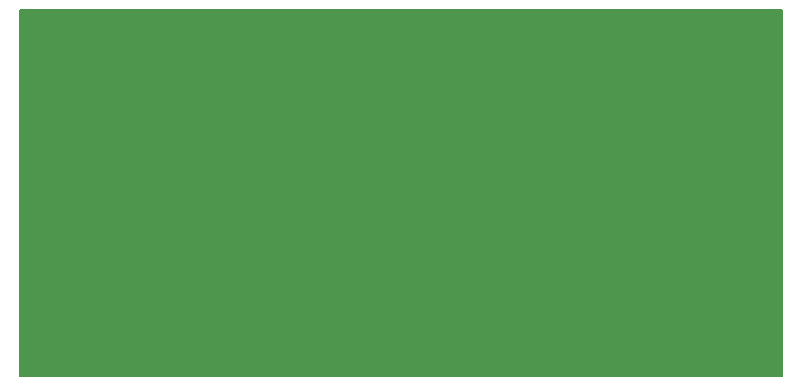
<source format=gbr>
%TF.GenerationSoftware,KiCad,Pcbnew,(7.0.0)*%
%TF.CreationDate,2023-02-18T15:18:28+00:00*%
%TF.ProjectId,frontcase,66726f6e-7463-4617-9365-2e6b69636164,rev?*%
%TF.SameCoordinates,Original*%
%TF.FileFunction,Soldermask,Bot*%
%TF.FilePolarity,Negative*%
%FSLAX46Y46*%
G04 Gerber Fmt 4.6, Leading zero omitted, Abs format (unit mm)*
G04 Created by KiCad (PCBNEW (7.0.0)) date 2023-02-18 15:18:28*
%MOMM*%
%LPD*%
G01*
G04 APERTURE LIST*
%ADD10C,0.150000*%
%ADD11C,0.100000*%
%ADD12C,3.067801*%
%ADD13C,4.000000*%
%ADD14C,5.000000*%
%ADD15C,13.000000*%
G04 APERTURE END LIST*
D10*
X111750000Y-80500000D02*
X176250000Y-80500000D01*
X176250000Y-80500000D02*
X176250000Y-111500000D01*
X176250000Y-111500000D02*
X111750000Y-111500000D01*
X111750000Y-111500000D02*
X111750000Y-80500000D01*
G36*
X111750000Y-80500000D02*
G01*
X176250000Y-80500000D01*
X176250000Y-111500000D01*
X111750000Y-111500000D01*
X111750000Y-80500000D01*
G37*
D11*
X142689273Y-101851640D02*
X142697639Y-101852057D01*
X142706022Y-101852752D01*
X142714423Y-101853725D01*
X142722841Y-101854976D01*
X142731276Y-101856505D01*
X142739729Y-101858312D01*
X142748199Y-101860397D01*
X142756687Y-101862760D01*
X142765192Y-101865401D01*
X142773714Y-101868319D01*
X142782253Y-101871516D01*
X142790810Y-101874991D01*
X142799384Y-101878743D01*
X142807976Y-101882773D01*
X142816584Y-101887082D01*
X142833855Y-101896082D01*
X142842100Y-101900660D01*
X142850083Y-101905290D01*
X142857807Y-101909973D01*
X142865269Y-101914708D01*
X142872471Y-101919494D01*
X142879412Y-101924333D01*
X142886093Y-101929224D01*
X142892513Y-101934168D01*
X142898672Y-101939163D01*
X142904571Y-101944210D01*
X142910209Y-101949310D01*
X142915587Y-101954461D01*
X142920703Y-101959664D01*
X142925559Y-101964920D01*
X142953011Y-101996081D01*
X142979767Y-102027849D01*
X143005829Y-102060226D01*
X143031195Y-102093212D01*
X143055867Y-102126805D01*
X143079843Y-102161006D01*
X143103125Y-102195815D01*
X143125712Y-102231233D01*
X143147603Y-102267259D01*
X143168800Y-102303892D01*
X143189302Y-102341134D01*
X143209108Y-102378984D01*
X143228220Y-102417442D01*
X143246637Y-102456509D01*
X143264359Y-102496183D01*
X143281385Y-102536465D01*
X143297813Y-102577278D01*
X143313180Y-102618543D01*
X143327488Y-102660259D01*
X143340736Y-102702426D01*
X143352924Y-102745046D01*
X143364053Y-102788117D01*
X143374121Y-102831640D01*
X143383130Y-102875614D01*
X143391079Y-102920041D01*
X143397968Y-102964919D01*
X143403797Y-103010248D01*
X143408566Y-103056030D01*
X143412276Y-103102263D01*
X143414925Y-103148948D01*
X143416515Y-103196085D01*
X143417045Y-103243674D01*
X143416428Y-103293790D01*
X143414578Y-103343507D01*
X143411494Y-103392824D01*
X143407176Y-103441741D01*
X143401625Y-103490259D01*
X143394840Y-103538377D01*
X143386822Y-103586095D01*
X143377570Y-103633414D01*
X143367085Y-103680334D01*
X143355366Y-103726853D01*
X143342413Y-103772973D01*
X143328227Y-103818694D01*
X143312807Y-103864015D01*
X143296154Y-103908936D01*
X143278267Y-103953458D01*
X143259147Y-103997580D01*
X143239331Y-104040824D01*
X143218803Y-104083270D01*
X143197563Y-104124916D01*
X143175610Y-104165763D01*
X143152945Y-104205811D01*
X143129568Y-104245060D01*
X143105478Y-104283509D01*
X143080677Y-104321159D01*
X143055162Y-104358010D01*
X143028936Y-104394062D01*
X143001997Y-104429314D01*
X142974345Y-104463767D01*
X142945982Y-104497421D01*
X142916906Y-104530276D01*
X142887118Y-104562332D01*
X142856617Y-104593588D01*
X142825361Y-104624359D01*
X142793305Y-104654399D01*
X142760450Y-104683710D01*
X142726796Y-104712291D01*
X142692343Y-104740142D01*
X142657090Y-104767264D01*
X142621038Y-104793655D01*
X142584187Y-104819317D01*
X142546537Y-104844249D01*
X142508088Y-104868452D01*
X142468839Y-104891924D01*
X142428791Y-104914667D01*
X142387944Y-104936681D01*
X142346298Y-104957964D01*
X142303853Y-104978518D01*
X142260609Y-104998343D01*
X142216747Y-105017194D01*
X142172452Y-105034829D01*
X142127721Y-105051248D01*
X142082557Y-105066451D01*
X142036958Y-105080437D01*
X141990924Y-105093207D01*
X141944456Y-105104761D01*
X141897554Y-105115098D01*
X141850218Y-105124220D01*
X141802447Y-105132125D01*
X141754242Y-105138814D01*
X141705602Y-105144287D01*
X141656528Y-105148543D01*
X141607020Y-105151584D01*
X141557077Y-105153408D01*
X141506700Y-105154016D01*
X141456584Y-105153408D01*
X141406867Y-105151584D01*
X141357551Y-105148543D01*
X141308633Y-105144287D01*
X141260116Y-105138814D01*
X141211998Y-105132125D01*
X141164279Y-105124220D01*
X141116960Y-105115098D01*
X141070041Y-105104761D01*
X141023521Y-105093207D01*
X140977401Y-105080437D01*
X140931680Y-105066451D01*
X140886359Y-105051248D01*
X140841437Y-105034829D01*
X140796916Y-105017194D01*
X140752793Y-104998343D01*
X140709540Y-104978258D01*
X140667068Y-104957479D01*
X140625378Y-104936004D01*
X140584470Y-104913834D01*
X140544344Y-104890970D01*
X140505000Y-104867410D01*
X140466437Y-104843155D01*
X140428657Y-104818206D01*
X140391658Y-104792561D01*
X140355441Y-104766221D01*
X140320006Y-104739187D01*
X140285353Y-104711457D01*
X140251482Y-104683032D01*
X140218393Y-104653913D01*
X140186086Y-104624098D01*
X140154560Y-104593588D01*
X140124060Y-104562332D01*
X140094271Y-104530276D01*
X140065195Y-104497421D01*
X140036831Y-104463767D01*
X140009180Y-104429314D01*
X139982241Y-104394062D01*
X139956014Y-104358010D01*
X139930500Y-104321159D01*
X139905698Y-104283509D01*
X139881608Y-104245060D01*
X139858231Y-104205811D01*
X139835566Y-104165763D01*
X139813614Y-104124916D01*
X139792374Y-104083270D01*
X139771846Y-104040824D01*
X139752030Y-103997580D01*
X139733179Y-103953718D01*
X139715544Y-103909422D01*
X139699126Y-103864692D01*
X139683923Y-103819527D01*
X139669937Y-103773929D01*
X139657166Y-103727895D01*
X139645612Y-103681428D01*
X139635275Y-103634525D01*
X139626153Y-103587189D01*
X139618248Y-103539418D01*
X139611558Y-103491213D01*
X139606085Y-103442574D01*
X139601829Y-103393500D01*
X139598788Y-103343992D01*
X139596964Y-103294050D01*
X139596356Y-103243674D01*
X139596877Y-103196085D01*
X139598441Y-103148948D01*
X139601047Y-103102263D01*
X139604696Y-103056030D01*
X139609387Y-103010248D01*
X139615120Y-102964919D01*
X139621896Y-102920041D01*
X139629715Y-102875614D01*
X139638576Y-102831640D01*
X139648479Y-102788117D01*
X139659425Y-102745046D01*
X139671413Y-102702426D01*
X139684444Y-102660259D01*
X139698517Y-102618543D01*
X139713633Y-102577278D01*
X139729791Y-102536465D01*
X139747087Y-102496183D01*
X139765061Y-102456509D01*
X139783712Y-102417442D01*
X139803041Y-102378984D01*
X139823048Y-102341134D01*
X139843732Y-102303892D01*
X139865094Y-102267259D01*
X139887133Y-102231233D01*
X139909850Y-102195815D01*
X139933245Y-102161006D01*
X139957317Y-102126805D01*
X139982067Y-102093212D01*
X140007495Y-102060226D01*
X140033600Y-102027849D01*
X140060382Y-101996081D01*
X140087843Y-101964920D01*
X140092690Y-101959664D01*
X140097781Y-101954461D01*
X140103115Y-101949310D01*
X140108692Y-101944210D01*
X140114512Y-101939163D01*
X140120576Y-101934168D01*
X140126882Y-101929224D01*
X140133432Y-101924333D01*
X140140226Y-101919494D01*
X140147262Y-101914708D01*
X140154542Y-101909973D01*
X140162065Y-101905290D01*
X140169831Y-101900660D01*
X140177841Y-101896082D01*
X140186094Y-101891556D01*
X140194590Y-101887082D01*
X140203468Y-101882773D01*
X140212312Y-101878743D01*
X140221121Y-101874991D01*
X140229895Y-101871516D01*
X140238634Y-101868319D01*
X140247338Y-101865401D01*
X140256008Y-101862760D01*
X140264643Y-101860397D01*
X140273244Y-101858312D01*
X140281809Y-101856505D01*
X140290340Y-101854976D01*
X140298836Y-101853725D01*
X140307297Y-101852752D01*
X140315723Y-101852057D01*
X140324115Y-101851640D01*
X140332472Y-101851501D01*
X140332749Y-101851510D01*
X140333027Y-101851536D01*
X140333305Y-101851579D01*
X140333582Y-101851640D01*
X140333860Y-101851718D01*
X140334138Y-101851813D01*
X140334416Y-101851926D01*
X140334695Y-101852056D01*
X140334973Y-101852203D01*
X140335251Y-101852367D01*
X140335530Y-101852549D01*
X140335808Y-101852749D01*
X140336087Y-101852966D01*
X140336366Y-101853200D01*
X140336645Y-101853451D01*
X140336924Y-101853720D01*
X140339143Y-101853720D01*
X140355397Y-101854362D01*
X140371355Y-101855734D01*
X140387019Y-101857836D01*
X140402386Y-101860668D01*
X140417459Y-101864230D01*
X140432236Y-101868521D01*
X140446717Y-101873542D01*
X140460903Y-101879293D01*
X140474794Y-101885774D01*
X140488390Y-101892985D01*
X140501690Y-101900925D01*
X140514694Y-101909595D01*
X140527403Y-101918995D01*
X140539817Y-101929125D01*
X140551935Y-101939985D01*
X140563758Y-101951575D01*
X140575339Y-101963406D01*
X140586172Y-101975551D01*
X140596258Y-101988008D01*
X140605597Y-102000778D01*
X140614189Y-102013860D01*
X140622033Y-102027256D01*
X140629131Y-102040964D01*
X140635481Y-102054985D01*
X140641084Y-102069319D01*
X140645941Y-102083965D01*
X140650050Y-102098925D01*
X140653412Y-102114197D01*
X140656026Y-102129781D01*
X140657894Y-102145679D01*
X140659015Y-102161889D01*
X140659388Y-102178412D01*
X140659275Y-102185405D01*
X140658936Y-102192485D01*
X140658372Y-102199652D01*
X140657581Y-102206906D01*
X140656565Y-102214247D01*
X140655322Y-102221675D01*
X140653854Y-102229189D01*
X140652160Y-102236791D01*
X140650240Y-102244479D01*
X140648094Y-102252254D01*
X140645723Y-102260116D01*
X140643125Y-102268065D01*
X140640302Y-102276101D01*
X140637252Y-102284223D01*
X140633977Y-102292433D01*
X140630476Y-102300729D01*
X140623735Y-102316887D01*
X140616856Y-102332002D01*
X140609837Y-102346075D01*
X140606275Y-102352720D01*
X140602679Y-102359105D01*
X140599047Y-102365230D01*
X140595381Y-102371094D01*
X140591680Y-102376697D01*
X140587945Y-102382040D01*
X140584174Y-102387122D01*
X140580369Y-102391944D01*
X140576529Y-102396505D01*
X140572654Y-102400805D01*
X140533605Y-102446578D01*
X140497076Y-102493271D01*
X140463066Y-102540885D01*
X140431575Y-102589420D01*
X140402603Y-102638876D01*
X140376151Y-102689253D01*
X140352218Y-102740550D01*
X140330804Y-102792769D01*
X140311909Y-102845908D01*
X140295534Y-102899969D01*
X140281678Y-102954950D01*
X140270341Y-103010852D01*
X140261524Y-103067675D01*
X140255226Y-103125418D01*
X140251447Y-103184082D01*
X140250187Y-103243667D01*
X140250865Y-103288676D01*
X140252898Y-103333077D01*
X140256286Y-103376869D01*
X140261029Y-103420054D01*
X140267127Y-103462630D01*
X140274581Y-103504598D01*
X140283389Y-103545957D01*
X140293553Y-103586709D01*
X140305073Y-103626853D01*
X140317947Y-103666388D01*
X140332176Y-103705315D01*
X140347761Y-103743634D01*
X140364701Y-103781345D01*
X140382996Y-103818448D01*
X140402647Y-103854943D01*
X140423652Y-103890829D01*
X140446004Y-103925647D01*
X140469138Y-103959492D01*
X140493054Y-103992365D01*
X140517752Y-104024264D01*
X140543231Y-104055190D01*
X140569493Y-104085144D01*
X140596536Y-104114124D01*
X140624361Y-104142132D01*
X140652968Y-104169166D01*
X140682357Y-104195228D01*
X140712527Y-104220316D01*
X140743480Y-104244432D01*
X140775214Y-104267575D01*
X140807730Y-104289744D01*
X140841028Y-104310941D01*
X140875108Y-104331164D01*
X140911455Y-104351632D01*
X140948219Y-104370778D01*
X140985400Y-104388604D01*
X141022999Y-104405110D01*
X141061014Y-104420295D01*
X141099446Y-104434160D01*
X141138295Y-104446704D01*
X141177561Y-104457927D01*
X141217244Y-104467830D01*
X141257344Y-104476413D01*
X141297861Y-104483675D01*
X141338795Y-104489617D01*
X141380146Y-104494238D01*
X141421913Y-104497539D01*
X141464098Y-104499520D01*
X141506700Y-104500180D01*
X141551699Y-104499502D01*
X141596073Y-104497469D01*
X141639822Y-104494081D01*
X141682945Y-104489338D01*
X141725443Y-104483240D01*
X141767315Y-104475786D01*
X141808562Y-104466978D01*
X141849183Y-104456814D01*
X141889179Y-104445294D01*
X141928549Y-104432420D01*
X141967294Y-104418191D01*
X142005413Y-104402606D01*
X142042907Y-104385666D01*
X142079776Y-104367371D01*
X142116019Y-104347720D01*
X142151637Y-104326715D01*
X142186733Y-104304371D01*
X142220856Y-104281264D01*
X142254006Y-104257391D01*
X142286183Y-104232754D01*
X142317387Y-104207353D01*
X142347619Y-104181187D01*
X142376877Y-104154257D01*
X142405162Y-104126562D01*
X142432475Y-104098103D01*
X142458814Y-104068880D01*
X142484181Y-104038891D01*
X142508574Y-104008139D01*
X142531994Y-103976622D01*
X142554442Y-103944340D01*
X142575917Y-103911294D01*
X142596418Y-103877484D01*
X142616616Y-103840868D01*
X142635511Y-103803852D01*
X142653102Y-103766437D01*
X142669391Y-103728622D01*
X142684376Y-103690407D01*
X142698059Y-103651792D01*
X142710438Y-103612778D01*
X142721514Y-103573364D01*
X142731287Y-103533551D01*
X142739757Y-103493338D01*
X142746924Y-103452725D01*
X142752788Y-103411713D01*
X142757348Y-103370301D01*
X142760606Y-103328489D01*
X142762561Y-103286278D01*
X142763212Y-103243667D01*
X142761952Y-103184082D01*
X142758174Y-103125418D01*
X142751875Y-103067675D01*
X142743058Y-103010852D01*
X142731721Y-102954950D01*
X142717865Y-102899969D01*
X142701490Y-102845908D01*
X142682595Y-102792769D01*
X142661181Y-102740550D01*
X142637248Y-102689253D01*
X142610796Y-102638876D01*
X142581824Y-102589420D01*
X142550333Y-102540885D01*
X142516323Y-102493271D01*
X142479794Y-102446578D01*
X142440745Y-102400805D01*
X142436601Y-102396505D01*
X142432510Y-102391944D01*
X142428470Y-102387122D01*
X142424483Y-102382040D01*
X142420548Y-102376697D01*
X142416665Y-102371094D01*
X142412833Y-102365230D01*
X142409054Y-102359105D01*
X142405328Y-102352720D01*
X142401653Y-102346075D01*
X142398030Y-102339169D01*
X142394460Y-102332002D01*
X142390941Y-102324575D01*
X142387475Y-102316887D01*
X142384061Y-102308938D01*
X142380699Y-102300729D01*
X142374444Y-102284223D01*
X142369023Y-102268065D01*
X142366625Y-102260116D01*
X142364436Y-102252254D01*
X142362455Y-102244479D01*
X142360683Y-102236791D01*
X142359119Y-102229189D01*
X142357764Y-102221675D01*
X142356617Y-102214247D01*
X142355679Y-102206906D01*
X142354949Y-102199652D01*
X142354428Y-102192485D01*
X142354115Y-102185405D01*
X142354011Y-102178413D01*
X142354385Y-102161614D01*
X142355505Y-102145126D01*
X142357373Y-102128951D01*
X142359988Y-102113089D01*
X142363350Y-102097539D01*
X142367459Y-102082301D01*
X142372315Y-102067377D01*
X142377918Y-102052765D01*
X142384268Y-102038465D01*
X142391365Y-102024479D01*
X142399210Y-102010805D01*
X142407801Y-101997444D01*
X142417140Y-101984396D01*
X142427225Y-101971660D01*
X142438058Y-101959238D01*
X142449638Y-101947128D01*
X142461748Y-101935548D01*
X142474170Y-101924716D01*
X142486906Y-101914630D01*
X142499954Y-101905291D01*
X142513315Y-101896700D01*
X142526989Y-101888856D01*
X142540975Y-101881758D01*
X142555274Y-101875408D01*
X142569886Y-101869805D01*
X142584811Y-101864949D01*
X142600048Y-101860840D01*
X142615598Y-101857478D01*
X142631461Y-101854863D01*
X142647636Y-101852995D01*
X142664124Y-101851875D01*
X142680924Y-101851501D01*
X142689273Y-101851640D01*
X142689273Y-101851640D02*
X142697639Y-101852057D01*
X142706022Y-101852752D01*
X142714423Y-101853725D01*
X142722841Y-101854976D01*
X142731276Y-101856505D01*
X142739729Y-101858312D01*
X142748199Y-101860397D01*
X142756687Y-101862760D01*
X142765192Y-101865401D01*
X142773714Y-101868319D01*
X142782253Y-101871516D01*
X142790810Y-101874991D01*
X142799384Y-101878743D01*
X142807976Y-101882773D01*
X142816584Y-101887082D01*
X142833855Y-101896082D01*
X142842100Y-101900660D01*
X142850083Y-101905290D01*
X142857807Y-101909973D01*
X142865269Y-101914708D01*
X142872471Y-101919494D01*
X142879412Y-101924333D01*
X142886093Y-101929224D01*
X142892513Y-101934168D01*
X142898672Y-101939163D01*
X142904571Y-101944210D01*
X142910209Y-101949310D01*
X142915587Y-101954461D01*
X142920703Y-101959664D01*
X142925559Y-101964920D01*
X142953011Y-101996081D01*
X142979767Y-102027849D01*
X143005829Y-102060226D01*
X143031195Y-102093212D01*
X143055867Y-102126805D01*
X143079843Y-102161006D01*
X143103125Y-102195815D01*
X143125712Y-102231233D01*
X143147603Y-102267259D01*
X143168800Y-102303892D01*
X143189302Y-102341134D01*
X143209108Y-102378984D01*
X143228220Y-102417442D01*
X143246637Y-102456509D01*
X143264359Y-102496183D01*
X143281385Y-102536465D01*
X143297813Y-102577278D01*
X143313180Y-102618543D01*
X143327488Y-102660259D01*
X143340736Y-102702426D01*
X143352924Y-102745046D01*
X143364053Y-102788117D01*
X143374121Y-102831640D01*
X143383130Y-102875614D01*
X143391079Y-102920041D01*
X143397968Y-102964919D01*
X143403797Y-103010248D01*
X143408566Y-103056030D01*
X143412276Y-103102263D01*
X143414925Y-103148948D01*
X143416515Y-103196085D01*
X143417045Y-103243674D01*
X143416428Y-103293790D01*
X143414578Y-103343507D01*
X143411494Y-103392824D01*
X143407176Y-103441741D01*
X143401625Y-103490259D01*
X143394840Y-103538377D01*
X143386822Y-103586095D01*
X143377570Y-103633414D01*
X143367085Y-103680334D01*
X143355366Y-103726853D01*
X143342413Y-103772973D01*
X143328227Y-103818694D01*
X143312807Y-103864015D01*
X143296154Y-103908936D01*
X143278267Y-103953458D01*
X143259147Y-103997580D01*
X143239331Y-104040824D01*
X143218803Y-104083270D01*
X143197563Y-104124916D01*
X143175610Y-104165763D01*
X143152945Y-104205811D01*
X143129568Y-104245060D01*
X143105478Y-104283509D01*
X143080677Y-104321159D01*
X143055162Y-104358010D01*
X143028936Y-104394062D01*
X143001997Y-104429314D01*
X142974345Y-104463767D01*
X142945982Y-104497421D01*
X142916906Y-104530276D01*
X142887118Y-104562332D01*
X142856617Y-104593588D01*
X142825361Y-104624359D01*
X142793305Y-104654399D01*
X142760450Y-104683710D01*
X142726796Y-104712291D01*
X142692343Y-104740142D01*
X142657090Y-104767264D01*
X142621038Y-104793655D01*
X142584187Y-104819317D01*
X142546537Y-104844249D01*
X142508088Y-104868452D01*
X142468839Y-104891924D01*
X142428791Y-104914667D01*
X142387944Y-104936681D01*
X142346298Y-104957964D01*
X142303853Y-104978518D01*
X142260609Y-104998343D01*
X142216747Y-105017194D01*
X142172452Y-105034829D01*
X142127721Y-105051248D01*
X142082557Y-105066451D01*
X142036958Y-105080437D01*
X141990924Y-105093207D01*
X141944456Y-105104761D01*
X141897554Y-105115098D01*
X141850218Y-105124220D01*
X141802447Y-105132125D01*
X141754242Y-105138814D01*
X141705602Y-105144287D01*
X141656528Y-105148543D01*
X141607020Y-105151584D01*
X141557077Y-105153408D01*
X141506700Y-105154016D01*
X141456584Y-105153408D01*
X141406867Y-105151584D01*
X141357551Y-105148543D01*
X141308633Y-105144287D01*
X141260116Y-105138814D01*
X141211998Y-105132125D01*
X141164279Y-105124220D01*
X141116960Y-105115098D01*
X141070041Y-105104761D01*
X141023521Y-105093207D01*
X140977401Y-105080437D01*
X140931680Y-105066451D01*
X140886359Y-105051248D01*
X140841437Y-105034829D01*
X140796916Y-105017194D01*
X140752793Y-104998343D01*
X140709540Y-104978258D01*
X140667068Y-104957479D01*
X140625378Y-104936004D01*
X140584470Y-104913834D01*
X140544344Y-104890970D01*
X140505000Y-104867410D01*
X140466437Y-104843155D01*
X140428657Y-104818206D01*
X140391658Y-104792561D01*
X140355441Y-104766221D01*
X140320006Y-104739187D01*
X140285353Y-104711457D01*
X140251482Y-104683032D01*
X140218393Y-104653913D01*
X140186086Y-104624098D01*
X140154560Y-104593588D01*
X140124060Y-104562332D01*
X140094271Y-104530276D01*
X140065195Y-104497421D01*
X140036831Y-104463767D01*
X140009180Y-104429314D01*
X139982241Y-104394062D01*
X139956014Y-104358010D01*
X139930500Y-104321159D01*
X139905698Y-104283509D01*
X139881608Y-104245060D01*
X139858231Y-104205811D01*
X139835566Y-104165763D01*
X139813614Y-104124916D01*
X139792374Y-104083270D01*
X139771846Y-104040824D01*
X139752030Y-103997580D01*
X139733179Y-103953718D01*
X139715544Y-103909422D01*
X139699126Y-103864692D01*
X139683923Y-103819527D01*
X139669937Y-103773929D01*
X139657166Y-103727895D01*
X139645612Y-103681428D01*
X139635275Y-103634525D01*
X139626153Y-103587189D01*
X139618248Y-103539418D01*
X139611558Y-103491213D01*
X139606085Y-103442574D01*
X139601829Y-103393500D01*
X139598788Y-103343992D01*
X139596964Y-103294050D01*
X139596356Y-103243674D01*
X139596877Y-103196085D01*
X139598441Y-103148948D01*
X139601047Y-103102263D01*
X139604696Y-103056030D01*
X139609387Y-103010248D01*
X139615120Y-102964919D01*
X139621896Y-102920041D01*
X139629715Y-102875614D01*
X139638576Y-102831640D01*
X139648479Y-102788117D01*
X139659425Y-102745046D01*
X139671413Y-102702426D01*
X139684444Y-102660259D01*
X139698517Y-102618543D01*
X139713633Y-102577278D01*
X139729791Y-102536465D01*
X139747087Y-102496183D01*
X139765061Y-102456509D01*
X139783712Y-102417442D01*
X139803041Y-102378984D01*
X139823048Y-102341134D01*
X139843732Y-102303892D01*
X139865094Y-102267259D01*
X139887133Y-102231233D01*
X139909850Y-102195815D01*
X139933245Y-102161006D01*
X139957317Y-102126805D01*
X139982067Y-102093212D01*
X140007495Y-102060226D01*
X140033600Y-102027849D01*
X140060382Y-101996081D01*
X140087843Y-101964920D01*
X140092690Y-101959664D01*
X140097781Y-101954461D01*
X140103115Y-101949310D01*
X140108692Y-101944210D01*
X140114512Y-101939163D01*
X140120576Y-101934168D01*
X140126882Y-101929224D01*
X140133432Y-101924333D01*
X140140226Y-101919494D01*
X140147262Y-101914708D01*
X140154542Y-101909973D01*
X140162065Y-101905290D01*
X140169831Y-101900660D01*
X140177841Y-101896082D01*
X140186094Y-101891556D01*
X140194590Y-101887082D01*
X140203468Y-101882773D01*
X140212312Y-101878743D01*
X140221121Y-101874991D01*
X140229895Y-101871516D01*
X140238634Y-101868319D01*
X140247338Y-101865401D01*
X140256008Y-101862760D01*
X140264643Y-101860397D01*
X140273244Y-101858312D01*
X140281809Y-101856505D01*
X140290340Y-101854976D01*
X140298836Y-101853725D01*
X140307297Y-101852752D01*
X140315723Y-101852057D01*
X140324115Y-101851640D01*
X140332472Y-101851501D01*
X140332749Y-101851510D01*
X140333027Y-101851536D01*
X140333305Y-101851579D01*
X140333582Y-101851640D01*
X140333860Y-101851718D01*
X140334138Y-101851813D01*
X140334416Y-101851926D01*
X140334695Y-101852056D01*
X140334973Y-101852203D01*
X140335251Y-101852367D01*
X140335530Y-101852549D01*
X140335808Y-101852749D01*
X140336087Y-101852966D01*
X140336366Y-101853200D01*
X140336645Y-101853451D01*
X140336924Y-101853720D01*
X140339143Y-101853720D01*
X140355397Y-101854362D01*
X140371355Y-101855734D01*
X140387019Y-101857836D01*
X140402386Y-101860668D01*
X140417459Y-101864230D01*
X140432236Y-101868521D01*
X140446717Y-101873542D01*
X140460903Y-101879293D01*
X140474794Y-101885774D01*
X140488390Y-101892985D01*
X140501690Y-101900925D01*
X140514694Y-101909595D01*
X140527403Y-101918995D01*
X140539817Y-101929125D01*
X140551935Y-101939985D01*
X140563758Y-101951575D01*
X140575339Y-101963406D01*
X140586172Y-101975551D01*
X140596258Y-101988008D01*
X140605597Y-102000778D01*
X140614189Y-102013860D01*
X140622033Y-102027256D01*
X140629131Y-102040964D01*
X140635481Y-102054985D01*
X140641084Y-102069319D01*
X140645941Y-102083965D01*
X140650050Y-102098925D01*
X140653412Y-102114197D01*
X140656026Y-102129781D01*
X140657894Y-102145679D01*
X140659015Y-102161889D01*
X140659388Y-102178412D01*
X140659275Y-102185405D01*
X140658936Y-102192485D01*
X140658372Y-102199652D01*
X140657581Y-102206906D01*
X140656565Y-102214247D01*
X140655322Y-102221675D01*
X140653854Y-102229189D01*
X140652160Y-102236791D01*
X140650240Y-102244479D01*
X140648094Y-102252254D01*
X140645723Y-102260116D01*
X140643125Y-102268065D01*
X140640302Y-102276101D01*
X140637252Y-102284223D01*
X140633977Y-102292433D01*
X140630476Y-102300729D01*
X140623735Y-102316887D01*
X140616856Y-102332002D01*
X140609837Y-102346075D01*
X140606275Y-102352720D01*
X140602679Y-102359105D01*
X140599047Y-102365230D01*
X140595381Y-102371094D01*
X140591680Y-102376697D01*
X140587945Y-102382040D01*
X140584174Y-102387122D01*
X140580369Y-102391944D01*
X140576529Y-102396505D01*
X140572654Y-102400805D01*
X140533605Y-102446578D01*
X140497076Y-102493271D01*
X140463066Y-102540885D01*
X140431575Y-102589420D01*
X140402603Y-102638876D01*
X140376151Y-102689253D01*
X140352218Y-102740550D01*
X140330804Y-102792769D01*
X140311909Y-102845908D01*
X140295534Y-102899969D01*
X140281678Y-102954950D01*
X140270341Y-103010852D01*
X140261524Y-103067675D01*
X140255226Y-103125418D01*
X140251447Y-103184082D01*
X140250187Y-103243667D01*
X140250865Y-103288676D01*
X140252898Y-103333077D01*
X140256286Y-103376869D01*
X140261029Y-103420054D01*
X140267127Y-103462630D01*
X140274581Y-103504598D01*
X140283389Y-103545957D01*
X140293553Y-103586709D01*
X140305073Y-103626853D01*
X140317947Y-103666388D01*
X140332176Y-103705315D01*
X140347761Y-103743634D01*
X140364701Y-103781345D01*
X140382996Y-103818448D01*
X140402647Y-103854943D01*
X140423652Y-103890829D01*
X140446004Y-103925647D01*
X140469138Y-103959492D01*
X140493054Y-103992365D01*
X140517752Y-104024264D01*
X140543231Y-104055190D01*
X140569493Y-104085144D01*
X140596536Y-104114124D01*
X140624361Y-104142132D01*
X140652968Y-104169166D01*
X140682357Y-104195228D01*
X140712527Y-104220316D01*
X140743480Y-104244432D01*
X140775214Y-104267575D01*
X140807730Y-104289744D01*
X140841028Y-104310941D01*
X140875108Y-104331164D01*
X140911455Y-104351632D01*
X140948219Y-104370778D01*
X140985400Y-104388604D01*
X141022999Y-104405110D01*
X141061014Y-104420295D01*
X141099446Y-104434160D01*
X141138295Y-104446704D01*
X141177561Y-104457927D01*
X141217244Y-104467830D01*
X141257344Y-104476413D01*
X141297861Y-104483675D01*
X141338795Y-104489617D01*
X141380146Y-104494238D01*
X141421913Y-104497539D01*
X141464098Y-104499520D01*
X141506700Y-104500180D01*
X141551699Y-104499502D01*
X141596073Y-104497469D01*
X141639822Y-104494081D01*
X141682945Y-104489338D01*
X141725443Y-104483240D01*
X141767315Y-104475786D01*
X141808562Y-104466978D01*
X141849183Y-104456814D01*
X141889179Y-104445294D01*
X141928549Y-104432420D01*
X141967294Y-104418191D01*
X142005413Y-104402606D01*
X142042907Y-104385666D01*
X142079776Y-104367371D01*
X142116019Y-104347720D01*
X142151637Y-104326715D01*
X142186733Y-104304371D01*
X142220856Y-104281264D01*
X142254006Y-104257391D01*
X142286183Y-104232754D01*
X142317387Y-104207353D01*
X142347619Y-104181187D01*
X142376877Y-104154257D01*
X142405162Y-104126562D01*
X142432475Y-104098103D01*
X142458814Y-104068880D01*
X142484181Y-104038891D01*
X142508574Y-104008139D01*
X142531994Y-103976622D01*
X142554442Y-103944340D01*
X142575917Y-103911294D01*
X142596418Y-103877484D01*
X142616616Y-103840868D01*
X142635511Y-103803852D01*
X142653102Y-103766437D01*
X142669391Y-103728622D01*
X142684376Y-103690407D01*
X142698059Y-103651792D01*
X142710438Y-103612778D01*
X142721514Y-103573364D01*
X142731287Y-103533551D01*
X142739757Y-103493338D01*
X142746924Y-103452725D01*
X142752788Y-103411713D01*
X142757348Y-103370301D01*
X142760606Y-103328489D01*
X142762561Y-103286278D01*
X142763212Y-103243667D01*
X142761952Y-103184082D01*
X142758174Y-103125418D01*
X142751875Y-103067675D01*
X142743058Y-103010852D01*
X142731721Y-102954950D01*
X142717865Y-102899969D01*
X142701490Y-102845908D01*
X142682595Y-102792769D01*
X142661181Y-102740550D01*
X142637248Y-102689253D01*
X142610796Y-102638876D01*
X142581824Y-102589420D01*
X142550333Y-102540885D01*
X142516323Y-102493271D01*
X142479794Y-102446578D01*
X142440745Y-102400805D01*
X142436601Y-102396505D01*
X142432510Y-102391944D01*
X142428470Y-102387122D01*
X142424483Y-102382040D01*
X142420548Y-102376697D01*
X142416665Y-102371094D01*
X142412833Y-102365230D01*
X142409054Y-102359105D01*
X142405328Y-102352720D01*
X142401653Y-102346075D01*
X142398030Y-102339169D01*
X142394460Y-102332002D01*
X142390941Y-102324575D01*
X142387475Y-102316887D01*
X142384061Y-102308938D01*
X142380699Y-102300729D01*
X142374444Y-102284223D01*
X142369023Y-102268065D01*
X142366625Y-102260116D01*
X142364436Y-102252254D01*
X142362455Y-102244479D01*
X142360683Y-102236791D01*
X142359119Y-102229189D01*
X142357764Y-102221675D01*
X142356617Y-102214247D01*
X142355679Y-102206906D01*
X142354949Y-102199652D01*
X142354428Y-102192485D01*
X142354115Y-102185405D01*
X142354011Y-102178413D01*
X142354385Y-102161614D01*
X142355505Y-102145126D01*
X142357373Y-102128951D01*
X142359988Y-102113089D01*
X142363350Y-102097539D01*
X142367459Y-102082301D01*
X142372315Y-102067377D01*
X142377918Y-102052765D01*
X142384268Y-102038465D01*
X142391365Y-102024479D01*
X142399210Y-102010805D01*
X142407801Y-101997444D01*
X142417140Y-101984396D01*
X142427225Y-101971660D01*
X142438058Y-101959238D01*
X142449638Y-101947128D01*
X142461748Y-101935548D01*
X142474170Y-101924716D01*
X142486906Y-101914630D01*
X142499954Y-101905291D01*
X142513315Y-101896700D01*
X142526989Y-101888856D01*
X142540975Y-101881758D01*
X142555274Y-101875408D01*
X142569886Y-101869805D01*
X142584811Y-101864949D01*
X142600048Y-101860840D01*
X142615598Y-101857478D01*
X142631461Y-101854863D01*
X142647636Y-101852995D01*
X142664124Y-101851875D01*
X142680924Y-101851501D01*
X142689273Y-101851640D01*
D12*
X143069511Y-103235778D02*
G75*
G03*
X143069511Y-103235778I-1533900J0D01*
G01*
D13*
%TO.C,REF\u002A\u002A*%
X141500000Y-98950000D03*
D14*
X118250000Y-86000000D03*
X118250000Y-107500000D03*
X169750000Y-86000000D03*
X169750000Y-107500000D03*
D15*
X127200000Y-96600000D03*
%TD*%
M02*

</source>
